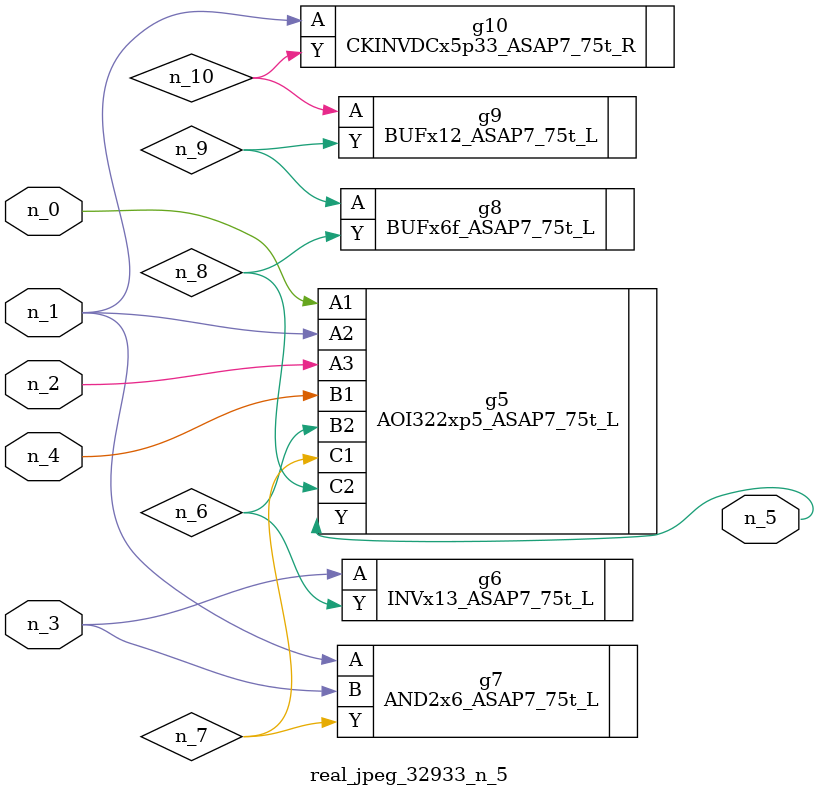
<source format=v>
module real_jpeg_32933_n_5 (n_4, n_0, n_1, n_2, n_3, n_5);

input n_4;
input n_0;
input n_1;
input n_2;
input n_3;

output n_5;

wire n_8;
wire n_6;
wire n_7;
wire n_10;
wire n_9;

AOI322xp5_ASAP7_75t_L g5 ( 
.A1(n_0),
.A2(n_1),
.A3(n_2),
.B1(n_4),
.B2(n_6),
.C1(n_7),
.C2(n_8),
.Y(n_5)
);

AND2x6_ASAP7_75t_L g7 ( 
.A(n_1),
.B(n_3),
.Y(n_7)
);

CKINVDCx5p33_ASAP7_75t_R g10 ( 
.A(n_1),
.Y(n_10)
);

INVx13_ASAP7_75t_L g6 ( 
.A(n_3),
.Y(n_6)
);

BUFx6f_ASAP7_75t_L g8 ( 
.A(n_9),
.Y(n_8)
);

BUFx12_ASAP7_75t_L g9 ( 
.A(n_10),
.Y(n_9)
);


endmodule
</source>
